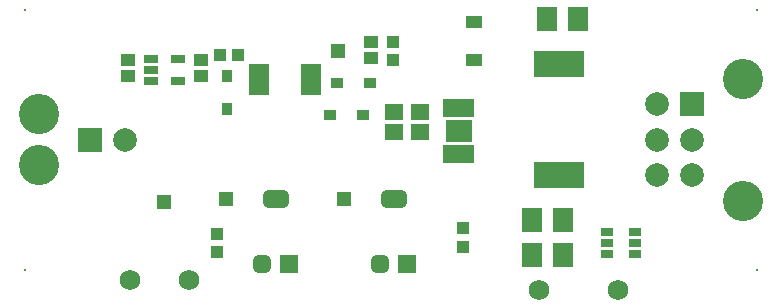
<source format=gts>
G04*
G04 #@! TF.GenerationSoftware,Altium Limited,Altium Designer,20.0.13 (296)*
G04*
G04 Layer_Color=8388736*
%FSLAX25Y25*%
%MOIN*%
G70*
G01*
G75*
%ADD31R,0.08674X0.07493*%
%ADD32R,0.02572X0.06115*%
%ADD33R,0.06509X0.02572*%
%ADD34R,0.04934X0.03162*%
%ADD35R,0.04147X0.04147*%
%ADD36R,0.04737X0.04737*%
%ADD37R,0.06706X0.08083*%
G04:AMPARAMS|DCode=38|XSize=59.18mil|YSize=86.74mil|CornerRadius=16.8mil|HoleSize=0mil|Usage=FLASHONLY|Rotation=270.000|XOffset=0mil|YOffset=0mil|HoleType=Round|Shape=RoundedRectangle|*
%AMROUNDEDRECTD38*
21,1,0.05918,0.05315,0,0,270.0*
21,1,0.02559,0.08674,0,0,270.0*
1,1,0.03359,-0.02657,-0.01280*
1,1,0.03359,-0.02657,0.01280*
1,1,0.03359,0.02657,0.01280*
1,1,0.03359,0.02657,-0.01280*
%
%ADD38ROUNDEDRECTD38*%
G04:AMPARAMS|DCode=39|XSize=59.18mil|YSize=59.18mil|CornerRadius=16.8mil|HoleSize=0mil|Usage=FLASHONLY|Rotation=270.000|XOffset=0mil|YOffset=0mil|HoleType=Round|Shape=RoundedRectangle|*
%AMROUNDEDRECTD39*
21,1,0.05918,0.02559,0,0,270.0*
21,1,0.02559,0.05918,0,0,270.0*
1,1,0.03359,-0.01280,-0.01280*
1,1,0.03359,-0.01280,0.01280*
1,1,0.03359,0.01280,0.01280*
1,1,0.03359,0.01280,-0.01280*
%
%ADD39ROUNDEDRECTD39*%
%ADD40R,0.05918X0.05918*%
%ADD41R,0.04147X0.04147*%
%ADD42R,0.03950X0.02965*%
%ADD43R,0.16548X0.08674*%
%ADD44R,0.03556X0.03950*%
%ADD45R,0.03950X0.03556*%
%ADD46R,0.05603X0.04383*%
%ADD47R,0.06312X0.05328*%
%ADD48R,0.04537X0.04143*%
%ADD49C,0.06800*%
%ADD50C,0.07887*%
%ADD51C,0.13398*%
%ADD52R,0.07887X0.07887*%
%ADD53C,0.00800*%
D31*
X160433Y62008D02*
D03*
D32*
X164272Y69784D02*
D03*
X161713D02*
D03*
X159153D02*
D03*
X156595D02*
D03*
X164272Y54232D02*
D03*
X161713D02*
D03*
X159153D02*
D03*
X156595D02*
D03*
D33*
X93701Y82973D02*
D03*
Y80413D02*
D03*
Y77854D02*
D03*
Y75295D02*
D03*
X111024Y82973D02*
D03*
Y80413D02*
D03*
Y77854D02*
D03*
Y75295D02*
D03*
D34*
X66732Y86024D02*
D03*
Y78543D02*
D03*
X57677D02*
D03*
Y82284D02*
D03*
Y86024D02*
D03*
D35*
X161811Y23425D02*
D03*
Y29528D02*
D03*
X138583Y85532D02*
D03*
Y91634D02*
D03*
X79724Y27657D02*
D03*
Y21555D02*
D03*
D36*
X122047Y39370D02*
D03*
X120079Y88583D02*
D03*
X82677Y39370D02*
D03*
X62008Y38386D02*
D03*
D37*
X195177Y32480D02*
D03*
X184744D02*
D03*
X195177Y20669D02*
D03*
X184744D02*
D03*
X189665Y99410D02*
D03*
X200098D02*
D03*
D38*
X138779Y39370D02*
D03*
X99410D02*
D03*
D39*
X134252Y17717D02*
D03*
X94882D02*
D03*
D40*
X143307D02*
D03*
X103937D02*
D03*
D41*
X80807Y87402D02*
D03*
X86910D02*
D03*
D42*
X209842Y28346D02*
D03*
Y24606D02*
D03*
Y20866D02*
D03*
X219291Y28346D02*
D03*
Y24606D02*
D03*
Y20866D02*
D03*
D43*
X193898Y47441D02*
D03*
Y84449D02*
D03*
D44*
X83071Y80315D02*
D03*
Y69291D02*
D03*
D45*
X128347Y67323D02*
D03*
X117323D02*
D03*
X119685Y77953D02*
D03*
X130709D02*
D03*
D46*
X165354Y85512D02*
D03*
Y98425D02*
D03*
D47*
X147638Y68405D02*
D03*
Y61516D02*
D03*
X138779Y68405D02*
D03*
Y61516D02*
D03*
D48*
X131102Y91634D02*
D03*
Y86319D02*
D03*
X74410Y80413D02*
D03*
Y85728D02*
D03*
X50000Y80413D02*
D03*
Y85728D02*
D03*
D49*
X50681Y12311D02*
D03*
X70366D02*
D03*
X187008Y8858D02*
D03*
X213583D02*
D03*
D50*
X226378Y47244D02*
D03*
X238189D02*
D03*
X226378Y59055D02*
D03*
X238189D02*
D03*
X226378Y70866D02*
D03*
X49213Y59055D02*
D03*
D51*
X255197Y38780D02*
D03*
Y79331D02*
D03*
X20394Y50591D02*
D03*
Y67520D02*
D03*
D52*
X238189Y70866D02*
D03*
X37402Y59055D02*
D03*
D53*
X15748Y102362D02*
D03*
X259842D02*
D03*
Y15748D02*
D03*
X15748D02*
D03*
M02*

</source>
